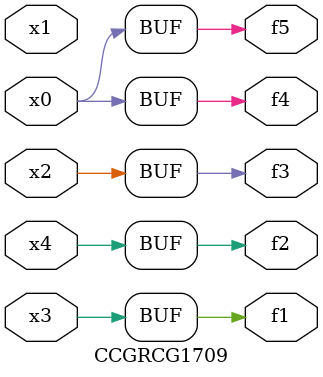
<source format=v>
module CCGRCG1709(
	input x0, x1, x2, x3, x4,
	output f1, f2, f3, f4, f5
);
	assign f1 = x3;
	assign f2 = x4;
	assign f3 = x2;
	assign f4 = x0;
	assign f5 = x0;
endmodule

</source>
